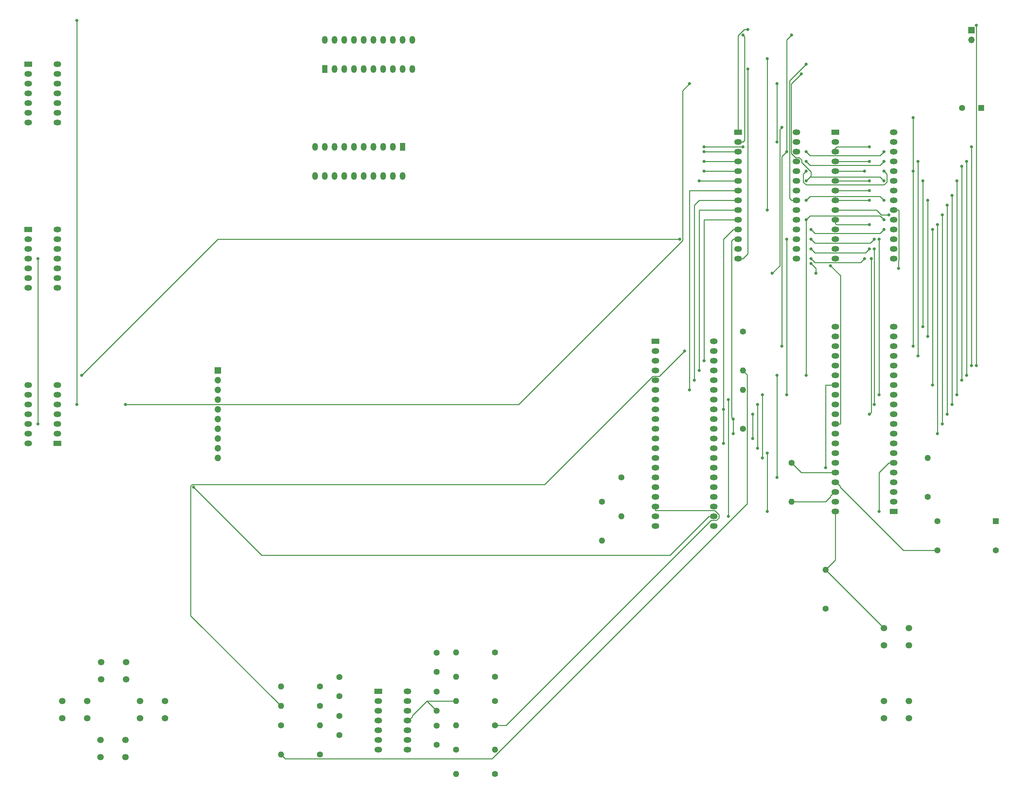
<source format=gbr>
G04 #@! TF.GenerationSoftware,KiCad,Pcbnew,(5.1.5-0)*
G04 #@! TF.CreationDate,2020-09-26T19:30:37-04:00*
G04 #@! TF.ProjectId,vectron_handheld_pcb,76656374-726f-46e5-9f68-616e6468656c,rev?*
G04 #@! TF.SameCoordinates,Original*
G04 #@! TF.FileFunction,Copper,L4,Bot*
G04 #@! TF.FilePolarity,Positive*
%FSLAX46Y46*%
G04 Gerber Fmt 4.6, Leading zero omitted, Abs format (unit mm)*
G04 Created by KiCad (PCBNEW (5.1.5-0)) date 2020-09-26 19:30:37*
%MOMM*%
%LPD*%
G04 APERTURE LIST*
%ADD10O,2.000000X1.440000*%
%ADD11R,2.000000X1.440000*%
%ADD12C,1.600000*%
%ADD13R,1.600000X1.600000*%
%ADD14O,1.440000X2.000000*%
%ADD15R,1.440000X2.000000*%
%ADD16C,1.700000*%
%ADD17O,1.600000X1.600000*%
%ADD18O,1.700000X1.700000*%
%ADD19R,1.700000X1.700000*%
%ADD20C,0.800000*%
%ADD21C,0.250000*%
G04 APERTURE END LIST*
D10*
X-16510000Y-19050000D03*
X-24130000Y-19050000D03*
X-16510000Y-16510000D03*
X-24130000Y-16510000D03*
X-16510000Y-13970000D03*
X-24130000Y-13970000D03*
X-16510000Y-11430000D03*
X-24130000Y-11430000D03*
X-16510000Y-8890000D03*
X-24130000Y-8890000D03*
X-16510000Y-6350000D03*
X-24130000Y-6350000D03*
X-16510000Y-3810000D03*
D11*
X-24130000Y-3810000D03*
D12*
X213360000Y-123190000D03*
X213360000Y-130810000D03*
X228600000Y-130810000D03*
D13*
X228600000Y-123190000D03*
D10*
X-16510000Y-62230000D03*
X-24130000Y-62230000D03*
X-16510000Y-59690000D03*
X-24130000Y-59690000D03*
X-16510000Y-57150000D03*
X-24130000Y-57150000D03*
X-16510000Y-54610000D03*
X-24130000Y-54610000D03*
X-16510000Y-52070000D03*
X-24130000Y-52070000D03*
X-16510000Y-49530000D03*
X-24130000Y-49530000D03*
X-16510000Y-46990000D03*
D11*
X-24130000Y-46990000D03*
D10*
X-24130000Y-87630000D03*
X-16510000Y-87630000D03*
X-24130000Y-90170000D03*
X-16510000Y-90170000D03*
X-24130000Y-92710000D03*
X-16510000Y-92710000D03*
X-24130000Y-95250000D03*
X-16510000Y-95250000D03*
X-24130000Y-97790000D03*
X-16510000Y-97790000D03*
X-24130000Y-100330000D03*
X-16510000Y-100330000D03*
X-24130000Y-102870000D03*
D11*
X-16510000Y-102870000D03*
D14*
X50800000Y-33020000D03*
X50800000Y-25400000D03*
X53340000Y-33020000D03*
X53340000Y-25400000D03*
X55880000Y-33020000D03*
X55880000Y-25400000D03*
X58420000Y-33020000D03*
X58420000Y-25400000D03*
X60960000Y-33020000D03*
X60960000Y-25400000D03*
X63500000Y-33020000D03*
X63500000Y-25400000D03*
X66040000Y-33020000D03*
X66040000Y-25400000D03*
X68580000Y-33020000D03*
X68580000Y-25400000D03*
X71120000Y-33020000D03*
X71120000Y-25400000D03*
X73660000Y-33020000D03*
D15*
X73660000Y-25400000D03*
D10*
X176530000Y-54610000D03*
X161290000Y-54610000D03*
X176530000Y-52070000D03*
X161290000Y-52070000D03*
X176530000Y-49530000D03*
X161290000Y-49530000D03*
X176530000Y-46990000D03*
X161290000Y-46990000D03*
X176530000Y-44450000D03*
X161290000Y-44450000D03*
X176530000Y-41910000D03*
X161290000Y-41910000D03*
X176530000Y-39370000D03*
X161290000Y-39370000D03*
X176530000Y-36830000D03*
X161290000Y-36830000D03*
X176530000Y-34290000D03*
X161290000Y-34290000D03*
X176530000Y-31750000D03*
X161290000Y-31750000D03*
X176530000Y-29210000D03*
X161290000Y-29210000D03*
X176530000Y-26670000D03*
X161290000Y-26670000D03*
X176530000Y-24130000D03*
X161290000Y-24130000D03*
X176530000Y-21590000D03*
D11*
X161290000Y-21590000D03*
D14*
X76200000Y2540000D03*
X76200000Y-5080000D03*
X73660000Y2540000D03*
X73660000Y-5080000D03*
X71120000Y2540000D03*
X71120000Y-5080000D03*
X68580000Y2540000D03*
X68580000Y-5080000D03*
X66040000Y2540000D03*
X66040000Y-5080000D03*
X63500000Y2540000D03*
X63500000Y-5080000D03*
X60960000Y2540000D03*
X60960000Y-5080000D03*
X58420000Y2540000D03*
X58420000Y-5080000D03*
X55880000Y2540000D03*
X55880000Y-5080000D03*
X53340000Y2540000D03*
D15*
X53340000Y-5080000D03*
D10*
X154940000Y-124460000D03*
X139700000Y-124460000D03*
X154940000Y-121920000D03*
X139700000Y-121920000D03*
X154940000Y-119380000D03*
X139700000Y-119380000D03*
X154940000Y-116840000D03*
X139700000Y-116840000D03*
X154940000Y-114300000D03*
X139700000Y-114300000D03*
X154940000Y-111760000D03*
X139700000Y-111760000D03*
X154940000Y-109220000D03*
X139700000Y-109220000D03*
X154940000Y-106680000D03*
X139700000Y-106680000D03*
X154940000Y-104140000D03*
X139700000Y-104140000D03*
X154940000Y-101600000D03*
X139700000Y-101600000D03*
X154940000Y-99060000D03*
X139700000Y-99060000D03*
X154940000Y-96520000D03*
X139700000Y-96520000D03*
X154940000Y-93980000D03*
X139700000Y-93980000D03*
X154940000Y-91440000D03*
X139700000Y-91440000D03*
X154940000Y-88900000D03*
X139700000Y-88900000D03*
X154940000Y-86360000D03*
X139700000Y-86360000D03*
X154940000Y-83820000D03*
X139700000Y-83820000D03*
X154940000Y-81280000D03*
X139700000Y-81280000D03*
X154940000Y-78740000D03*
X139700000Y-78740000D03*
X154940000Y-76200000D03*
D11*
X139700000Y-76200000D03*
D10*
X74930000Y-182880000D03*
X67310000Y-182880000D03*
X74930000Y-180340000D03*
X67310000Y-180340000D03*
X74930000Y-177800000D03*
X67310000Y-177800000D03*
X74930000Y-175260000D03*
X67310000Y-175260000D03*
X74930000Y-172720000D03*
X67310000Y-172720000D03*
X74930000Y-170180000D03*
X67310000Y-170180000D03*
X74930000Y-167640000D03*
D11*
X67310000Y-167640000D03*
D10*
X201930000Y-54610000D03*
X186690000Y-54610000D03*
X201930000Y-52070000D03*
X186690000Y-52070000D03*
X201930000Y-49530000D03*
X186690000Y-49530000D03*
X201930000Y-46990000D03*
X186690000Y-46990000D03*
X201930000Y-44450000D03*
X186690000Y-44450000D03*
X201930000Y-41910000D03*
X186690000Y-41910000D03*
X201930000Y-39370000D03*
X186690000Y-39370000D03*
X201930000Y-36830000D03*
X186690000Y-36830000D03*
X201930000Y-34290000D03*
X186690000Y-34290000D03*
X201930000Y-31750000D03*
X186690000Y-31750000D03*
X201930000Y-29210000D03*
X186690000Y-29210000D03*
X201930000Y-26670000D03*
X186690000Y-26670000D03*
X201930000Y-24130000D03*
X186690000Y-24130000D03*
X201930000Y-21590000D03*
D11*
X186690000Y-21590000D03*
D10*
X186690000Y-72390000D03*
X201930000Y-72390000D03*
X186690000Y-74930000D03*
X201930000Y-74930000D03*
X186690000Y-77470000D03*
X201930000Y-77470000D03*
X186690000Y-80010000D03*
X201930000Y-80010000D03*
X186690000Y-82550000D03*
X201930000Y-82550000D03*
X186690000Y-85090000D03*
X201930000Y-85090000D03*
X186690000Y-87630000D03*
X201930000Y-87630000D03*
X186690000Y-90170000D03*
X201930000Y-90170000D03*
X186690000Y-92710000D03*
X201930000Y-92710000D03*
X186690000Y-95250000D03*
X201930000Y-95250000D03*
X186690000Y-97790000D03*
X201930000Y-97790000D03*
X186690000Y-100330000D03*
X201930000Y-100330000D03*
X186690000Y-102870000D03*
X201930000Y-102870000D03*
X186690000Y-105410000D03*
X201930000Y-105410000D03*
X186690000Y-107950000D03*
X201930000Y-107950000D03*
X186690000Y-110490000D03*
X201930000Y-110490000D03*
X186690000Y-113030000D03*
X201930000Y-113030000D03*
X186690000Y-115570000D03*
X201930000Y-115570000D03*
X186690000Y-118110000D03*
X201930000Y-118110000D03*
X186690000Y-120650000D03*
D11*
X201930000Y-120650000D03*
D16*
X199390000Y-170180000D03*
X205890000Y-170180000D03*
X199390000Y-174680000D03*
X205890000Y-174680000D03*
X5080000Y-170180000D03*
X11580000Y-170180000D03*
X5080000Y-174680000D03*
X11580000Y-174680000D03*
X-5230000Y-180340000D03*
X1270000Y-180340000D03*
X-5230000Y-184840000D03*
X1270000Y-184840000D03*
X-5080000Y-160020000D03*
X1420000Y-160020000D03*
X-5080000Y-164520000D03*
X1420000Y-164520000D03*
X-15240000Y-170180000D03*
X-8740000Y-170180000D03*
X-15240000Y-174680000D03*
X-8740000Y-174680000D03*
X199390000Y-151130000D03*
X205890000Y-151130000D03*
X199390000Y-155630000D03*
X205890000Y-155630000D03*
D17*
X87630000Y-157480000D03*
D12*
X97790000Y-157480000D03*
D17*
X87630000Y-170180000D03*
D12*
X97790000Y-170180000D03*
D17*
X87630000Y-189230000D03*
D12*
X97790000Y-189230000D03*
D17*
X87630000Y-176530000D03*
D12*
X97790000Y-176530000D03*
D17*
X87630000Y-163830000D03*
D12*
X97790000Y-163830000D03*
D17*
X125730000Y-128270000D03*
D12*
X125730000Y-118110000D03*
D17*
X130810000Y-121920000D03*
D12*
X130810000Y-111760000D03*
D17*
X162560000Y-88900000D03*
D12*
X162560000Y-99060000D03*
D17*
X162560000Y-83820000D03*
D12*
X162560000Y-73660000D03*
D17*
X52070000Y-176530000D03*
D12*
X41910000Y-176530000D03*
D17*
X41910000Y-166370000D03*
D12*
X52070000Y-166370000D03*
D17*
X41910000Y-184150000D03*
D12*
X52070000Y-184150000D03*
D17*
X41910000Y-171450000D03*
D12*
X52070000Y-171450000D03*
D17*
X97790000Y-182880000D03*
D12*
X87630000Y-182880000D03*
D17*
X184150000Y-135890000D03*
D12*
X184150000Y-146050000D03*
D17*
X175260000Y-118110000D03*
D12*
X175260000Y-107950000D03*
D17*
X210820000Y-106680000D03*
D12*
X210820000Y-116840000D03*
D18*
X25400000Y-106680000D03*
X25400000Y-104140000D03*
X25400000Y-101600000D03*
X25400000Y-99060000D03*
X25400000Y-96520000D03*
X25400000Y-93980000D03*
X25400000Y-91440000D03*
X25400000Y-88900000D03*
X25400000Y-86360000D03*
D19*
X25400000Y-83820000D03*
D12*
X219790000Y-15240000D03*
D13*
X224790000Y-15240000D03*
D12*
X82550000Y-157560000D03*
X82550000Y-162560000D03*
X57150000Y-174070000D03*
X57150000Y-179070000D03*
X82550000Y-167720000D03*
X82550000Y-172720000D03*
X57150000Y-163910000D03*
X57150000Y-168910000D03*
X82550000Y-176610000D03*
X82550000Y-181610000D03*
D18*
X222250000Y2540000D03*
D19*
X222250000Y5080000D03*
D20*
X163830000Y-5080000D03*
X158750000Y-91440000D03*
X158750000Y-121920000D03*
X147320000Y-78740000D03*
X198120000Y-120650000D03*
X209550000Y-34290000D03*
X209550000Y-72390000D03*
X199390000Y-34290000D03*
X179070000Y-34290000D03*
X177800000Y-6350000D03*
X162560000Y3810000D03*
X181610000Y-58420000D03*
X180340000Y-55880000D03*
X210820000Y-39370000D03*
X210820000Y-74930000D03*
X199390000Y-39370000D03*
X179070000Y-39370000D03*
X179070000Y-3810000D03*
X179070000Y-26670000D03*
X199390000Y-26670000D03*
X173990000Y-26670000D03*
X172720000Y-77470000D03*
X175260000Y3810000D03*
X207010000Y-31750000D03*
X207010000Y-77470000D03*
X179070000Y-31750000D03*
X199390000Y-31750000D03*
X207010000Y-17780000D03*
X163830000Y5260001D03*
X170180000Y-58420000D03*
X172720000Y-20320000D03*
X208280000Y-29210000D03*
X208280000Y-80010000D03*
X179070000Y-29210000D03*
X199390000Y-29210000D03*
X223524265Y6354265D03*
X223520000Y-82550000D03*
X-11430000Y-92710000D03*
X-11430000Y7620000D03*
X222250000Y-82550000D03*
X222250000Y-25400000D03*
X195580000Y-25400000D03*
X152400000Y-26670000D03*
X199390000Y-44450000D03*
X179070000Y-44450000D03*
X179070000Y-85090000D03*
X171450000Y-111760000D03*
X171450000Y-85090000D03*
X220980000Y-85090000D03*
X220980000Y-29210000D03*
X195580000Y-29210000D03*
X152400000Y-29210000D03*
X212090000Y-46990000D03*
X212090000Y-87630000D03*
X180340000Y-46990000D03*
X199390000Y-46990000D03*
X184150000Y-109220000D03*
X219710000Y-86360000D03*
X219710000Y-30480000D03*
X194310000Y-31750000D03*
X152400000Y-31750000D03*
X198120000Y-49530000D03*
X198120000Y-90170000D03*
X173990000Y-90170000D03*
X173990000Y-49530000D03*
X180340000Y-49530000D03*
X196850000Y-49530000D03*
X167640000Y-106680000D03*
X167640000Y-90170000D03*
X218440000Y-90170000D03*
X218440000Y-34290000D03*
X195580000Y-34290000D03*
X151130000Y-34290000D03*
X196850000Y-52070000D03*
X196850000Y-92710000D03*
X180340000Y-52070000D03*
X195580000Y-52070000D03*
X166370000Y-104140000D03*
X166370000Y-92710000D03*
X217170000Y-92710000D03*
X217170000Y-38100000D03*
X195580000Y-36830000D03*
X148590000Y-88900000D03*
X196125000Y-54610000D03*
X195580000Y-95250000D03*
X180340000Y-54610000D03*
X194310000Y-54610000D03*
X165100000Y-101600000D03*
X165100000Y-95250000D03*
X215900000Y-95250000D03*
X215900000Y-40640000D03*
X195580000Y-39370000D03*
X149860000Y-86360000D03*
X185407507Y-56425000D03*
X214630000Y-97790000D03*
X214630000Y-43180000D03*
X200660000Y-43180000D03*
X151130000Y-83820000D03*
X160020000Y-96520000D03*
X160020000Y-100330000D03*
X213360000Y-100330000D03*
X213360000Y-45720000D03*
X195580000Y-45720000D03*
X152400000Y-81280000D03*
X157480000Y-93980000D03*
X157480000Y-102870000D03*
X168910000Y-120650000D03*
X168910000Y-105410000D03*
X19050000Y-114300000D03*
X-10160000Y-85090000D03*
X146050000Y-49530000D03*
X203200000Y-57150000D03*
X168910000Y-2359999D03*
X168910000Y-41910000D03*
X152400000Y-25400000D03*
X162560000Y-25400000D03*
X1270000Y-92710000D03*
X148590000Y-8890000D03*
X171450000Y-8890000D03*
X171450000Y-24130000D03*
X-21590000Y-54610000D03*
X-21590000Y-97790000D03*
D21*
X162540000Y-54610000D02*
X161290000Y-54610000D01*
X163830000Y-53320000D02*
X162540000Y-54610000D01*
X163830000Y-5080000D02*
X163830000Y-53320000D01*
X186410000Y-115570000D02*
X186690000Y-115570000D01*
X185440000Y-116540000D02*
X186410000Y-115570000D01*
X185440000Y-116820000D02*
X185440000Y-116540000D01*
X184150000Y-118110000D02*
X185440000Y-116820000D01*
X175260000Y-118110000D02*
X184150000Y-118110000D01*
X76180000Y-174290000D02*
X75210000Y-175260000D01*
X76180000Y-174010000D02*
X76180000Y-174290000D01*
X75210000Y-175260000D02*
X74930000Y-175260000D01*
X80010000Y-170180000D02*
X76180000Y-174010000D01*
X87630000Y-170180000D02*
X80010000Y-170180000D01*
X82550000Y-172720000D02*
X80010000Y-170180000D01*
X177800000Y-110490000D02*
X186690000Y-110490000D01*
X175260000Y-107950000D02*
X177800000Y-110490000D01*
X158750000Y-91440000D02*
X158750000Y-121920000D01*
X186690000Y-133350000D02*
X184150000Y-135890000D01*
X186690000Y-120650000D02*
X186690000Y-133350000D01*
X199390000Y-151130000D02*
X184150000Y-135890000D01*
X140745010Y-85314990D02*
X147320000Y-78740000D01*
X138987143Y-85314990D02*
X140745010Y-85314990D01*
X18701999Y-113574999D02*
X110727134Y-113574999D01*
X41910000Y-171450000D02*
X18324999Y-147864999D01*
X18324999Y-113951999D02*
X18701999Y-113574999D01*
X18324999Y-147864999D02*
X18324999Y-113951999D01*
X110727134Y-113574999D02*
X138987143Y-85314990D01*
X163359999Y-84619999D02*
X162560000Y-83820000D01*
X163685001Y-84945001D02*
X163359999Y-84619999D01*
X97060001Y-185275001D02*
X163685001Y-118650001D01*
X163685001Y-118650001D02*
X163685001Y-84945001D01*
X43035001Y-185275001D02*
X97060001Y-185275001D01*
X41910000Y-184150000D02*
X43035001Y-185275001D01*
X139700000Y-120350000D02*
X139700000Y-119380000D01*
X155202877Y-120425010D02*
X139775010Y-120425010D01*
X139775010Y-120425010D02*
X139700000Y-120350000D01*
X156265010Y-121487143D02*
X155202877Y-120425010D01*
X156265010Y-122352857D02*
X156265010Y-121487143D01*
X155652857Y-122965010D02*
X156265010Y-122352857D01*
X154227143Y-122965010D02*
X155652857Y-122965010D01*
X100662153Y-176530000D02*
X154227143Y-122965010D01*
X97790000Y-176530000D02*
X100662153Y-176530000D01*
X200680000Y-107950000D02*
X201930000Y-107950000D01*
X198120000Y-110510000D02*
X200680000Y-107950000D01*
X198120000Y-120650000D02*
X198120000Y-110510000D01*
X209550000Y-34290000D02*
X209550000Y-72390000D01*
X180115010Y-33244990D02*
X179070000Y-34290000D01*
X198344990Y-33244990D02*
X180115010Y-33244990D01*
X199390000Y-34290000D02*
X198344990Y-33244990D01*
X177855010Y-29462008D02*
X180340000Y-31946998D01*
X177855010Y-28777143D02*
X177855010Y-29462008D01*
X175204990Y-27102857D02*
X176267123Y-28164990D01*
X177242857Y-28164990D02*
X177855010Y-28777143D01*
X177800000Y-6350000D02*
X175204990Y-8945010D01*
X176267123Y-28164990D02*
X177242857Y-28164990D01*
X175204990Y-8945010D02*
X175204990Y-27102857D01*
X180340000Y-33020000D02*
X180115010Y-33244990D01*
X180340000Y-31946998D02*
X180340000Y-33020000D01*
X162540000Y-24130000D02*
X161290000Y-24130000D01*
X162959999Y-23710001D02*
X162540000Y-24130000D01*
X162959999Y3410001D02*
X162959999Y-23710001D01*
X162560000Y3810000D02*
X162959999Y3410001D01*
X181610000Y-57150000D02*
X180340000Y-55880000D01*
X181610000Y-58420000D02*
X181610000Y-57150000D01*
X210820000Y-39370000D02*
X210820000Y-74930000D01*
X180115010Y-38324990D02*
X179070000Y-39370000D01*
X198344990Y-38324990D02*
X180115010Y-38324990D01*
X199390000Y-39370000D02*
X198344990Y-38324990D01*
X175280000Y-39370000D02*
X176530000Y-39370000D01*
X174754980Y-38844980D02*
X175280000Y-39370000D01*
X174754980Y-8125020D02*
X174754980Y-38844980D01*
X179070000Y-3810000D02*
X174754980Y-8125020D01*
X198344990Y-27715010D02*
X199390000Y-26670000D01*
X180115010Y-27715010D02*
X198344990Y-27715010D01*
X179070000Y-26670000D02*
X180115010Y-27715010D01*
X172720000Y-27940000D02*
X172720000Y-77470000D01*
X173990000Y-26670000D02*
X172720000Y-27940000D01*
X173990000Y2540000D02*
X173990000Y-26670000D01*
X175260000Y3810000D02*
X173990000Y2540000D01*
X207010000Y-31750000D02*
X207010000Y-77470000D01*
X200115001Y-34638001D02*
X200115001Y-32475001D01*
X200115001Y-32475001D02*
X199390000Y-31750000D01*
X199417992Y-35335010D02*
X200115001Y-34638001D01*
X179042008Y-35335010D02*
X199417992Y-35335010D01*
X178344999Y-34638001D02*
X179042008Y-35335010D01*
X178344999Y-32475001D02*
X178344999Y-34638001D01*
X179070000Y-31750000D02*
X178344999Y-32475001D01*
X207010000Y-17780000D02*
X207010000Y-31750000D01*
X161290000Y-20620000D02*
X161290000Y-21590000D01*
X161290000Y3613002D02*
X161290000Y-20620000D01*
X162936999Y5260001D02*
X161290000Y3613002D01*
X163830000Y5260001D02*
X162936999Y5260001D01*
X172175001Y-20864999D02*
X172720000Y-20320000D01*
X172175001Y-56424999D02*
X172175001Y-20864999D01*
X170180000Y-58420000D02*
X172175001Y-56424999D01*
X208280000Y-29210000D02*
X208280000Y-80010000D01*
X198344990Y-30255010D02*
X199390000Y-29210000D01*
X180115010Y-30255010D02*
X198344990Y-30255010D01*
X179070000Y-29210000D02*
X180115010Y-30255010D01*
X223524265Y-82545735D02*
X223520000Y-82550000D01*
X223524265Y6354265D02*
X223524265Y-82545735D01*
X-11430000Y-92710000D02*
X-11430000Y7620000D01*
X222250000Y-82550000D02*
X222250000Y-25400000D01*
X186990000Y-25400000D02*
X186690000Y-25700000D01*
X186690000Y-25700000D02*
X186690000Y-26670000D01*
X195580000Y-25400000D02*
X186990000Y-25400000D01*
X152400000Y-26670000D02*
X161290000Y-26670000D01*
X180115010Y-43404990D02*
X179070000Y-44450000D01*
X198344990Y-43404990D02*
X180115010Y-43404990D01*
X199390000Y-44450000D02*
X198344990Y-43404990D01*
X179070000Y-85090000D02*
X179070000Y-44450000D01*
X171450000Y-111760000D02*
X171450000Y-85090000D01*
X220980000Y-85090000D02*
X220980000Y-29210000D01*
X195580000Y-29210000D02*
X186690000Y-29210000D01*
X152400000Y-29210000D02*
X161290000Y-29210000D01*
X212090000Y-46990000D02*
X212090000Y-87630000D01*
X181385010Y-48035010D02*
X198344990Y-48035010D01*
X198344990Y-48035010D02*
X199390000Y-46990000D01*
X180340000Y-46990000D02*
X181385010Y-48035010D01*
X184150000Y-109220000D02*
X184150000Y-87630000D01*
X184150000Y-87630000D02*
X186690000Y-87630000D01*
X219710000Y-86360000D02*
X219710000Y-30480000D01*
X194310000Y-31750000D02*
X186690000Y-31750000D01*
X152400000Y-31750000D02*
X161290000Y-31750000D01*
X198120000Y-49530000D02*
X198120000Y-90170000D01*
X173990000Y-90170000D02*
X173990000Y-49530000D01*
X195804990Y-50575010D02*
X196850000Y-49530000D01*
X181385010Y-50575010D02*
X195804990Y-50575010D01*
X180340000Y-49530000D02*
X181385010Y-50575010D01*
X167640000Y-106680000D02*
X167640000Y-90170000D01*
X218440000Y-90170000D02*
X218440000Y-34290000D01*
X195580000Y-34290000D02*
X186690000Y-34290000D01*
X151130000Y-34290000D02*
X161290000Y-34290000D01*
X196850000Y-52070000D02*
X196850000Y-92710000D01*
X194534990Y-53115010D02*
X195580000Y-52070000D01*
X181385010Y-53115010D02*
X194534990Y-53115010D01*
X180340000Y-52070000D02*
X181385010Y-53115010D01*
X166370000Y-104140000D02*
X166370000Y-92710000D01*
X217170000Y-92710000D02*
X217170000Y-38100000D01*
X195580000Y-36830000D02*
X186690000Y-36830000D01*
X148590000Y-88900000D02*
X148590000Y-36830000D01*
X157480000Y-36830000D02*
X161290000Y-36830000D01*
X148590000Y-36830000D02*
X157480000Y-36830000D01*
X196125000Y-94705000D02*
X195580000Y-95250000D01*
X196125000Y-54610000D02*
X196125000Y-94705000D01*
X193264990Y-55655010D02*
X194310000Y-54610000D01*
X181385010Y-55655010D02*
X193264990Y-55655010D01*
X180340000Y-54610000D02*
X181385010Y-55655010D01*
X165100000Y-101600000D02*
X165100000Y-95250000D01*
X215900000Y-95250000D02*
X215900000Y-40640000D01*
X195580000Y-39370000D02*
X186690000Y-39370000D01*
X149860000Y-86360000D02*
X149860000Y-40640000D01*
X151130000Y-39370000D02*
X161290000Y-39370000D01*
X149860000Y-40640000D02*
X151130000Y-39370000D01*
X188015010Y-59032503D02*
X185407507Y-56425000D01*
X187940000Y-97790000D02*
X188015010Y-97714990D01*
X188015010Y-97714990D02*
X188015010Y-59032503D01*
X186690000Y-97790000D02*
X187940000Y-97790000D01*
X214630000Y-97790000D02*
X214630000Y-43180000D01*
X197486410Y-41910000D02*
X187940000Y-41910000D01*
X187940000Y-41910000D02*
X186690000Y-41910000D01*
X198756410Y-43180000D02*
X197486410Y-41910000D01*
X200660000Y-43180000D02*
X198756410Y-43180000D01*
X151130000Y-83820000D02*
X151130000Y-41910000D01*
X151130000Y-41910000D02*
X161290000Y-41910000D01*
X160020000Y-96520000D02*
X160020000Y-100330000D01*
X159620001Y-96120001D02*
X160020000Y-96520000D01*
X159620001Y-49949999D02*
X159620001Y-96120001D01*
X160040000Y-49530000D02*
X159620001Y-49949999D01*
X161290000Y-49530000D02*
X160040000Y-49530000D01*
X213360000Y-100330000D02*
X213360000Y-45720000D01*
X186690000Y-45420000D02*
X186690000Y-44450000D01*
X186990000Y-45720000D02*
X186690000Y-45420000D01*
X195580000Y-45720000D02*
X186990000Y-45720000D01*
X152400000Y-81280000D02*
X152400000Y-44450000D01*
X152400000Y-44450000D02*
X161290000Y-44450000D01*
X157480000Y-93980000D02*
X157480000Y-102870000D01*
X160040000Y-46990000D02*
X157480000Y-49550000D01*
X157480000Y-49550000D02*
X157480000Y-93414315D01*
X161290000Y-46990000D02*
X160040000Y-46990000D01*
X157480000Y-93414315D02*
X157480000Y-93980000D01*
X168910000Y-120650000D02*
X168910000Y-105410000D01*
X153690000Y-121920000D02*
X154940000Y-121920000D01*
X143530000Y-132080000D02*
X153690000Y-121920000D01*
X36830000Y-132080000D02*
X143530000Y-132080000D01*
X19050000Y-114300000D02*
X36830000Y-132080000D01*
X186970000Y-113030000D02*
X186690000Y-113030000D01*
X187940000Y-114280000D02*
X187940000Y-114000000D01*
X204470000Y-130810000D02*
X187940000Y-114280000D01*
X187940000Y-114000000D02*
X186970000Y-113030000D01*
X213360000Y-130810000D02*
X204470000Y-130810000D01*
X25400000Y-49530000D02*
X146050000Y-49530000D01*
X-10160000Y-85090000D02*
X25400000Y-49530000D01*
X203255010Y-41985010D02*
X203180000Y-41910000D01*
X203180000Y-41910000D02*
X201930000Y-41910000D01*
X203255010Y-55042857D02*
X203255010Y-41985010D01*
X203200000Y-55097867D02*
X203255010Y-55042857D01*
X203200000Y-57150000D02*
X203200000Y-55097867D01*
X168910000Y-2359999D02*
X168910000Y-41910000D01*
X152400000Y-25400000D02*
X162560000Y-25400000D01*
X146775001Y-10704999D02*
X148590000Y-8890000D01*
X146775001Y-49878001D02*
X146775001Y-10704999D01*
X103943002Y-92710000D02*
X146775001Y-49878001D01*
X1270000Y-92710000D02*
X103943002Y-92710000D01*
X171450000Y-8890000D02*
X171450000Y-24130000D01*
X-21590000Y-54610000D02*
X-21590000Y-97790000D01*
M02*

</source>
